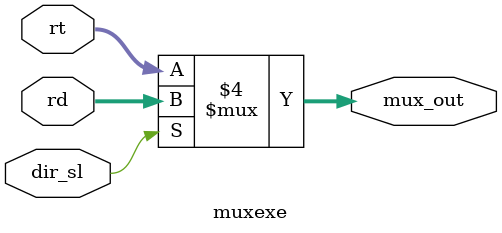
<source format=v>

module muxexe (rt, rd, mux_out, dir_sl);

input wire [3:0] rd, rt;
input wire dir_sl;
output reg [3:0] mux_out;

always @*
begin
    if (dir_sl == 1'b0) begin
        mux_out = rt;
    end
    else begin
        mux_out = rd;
    end
end

endmodule
</source>
